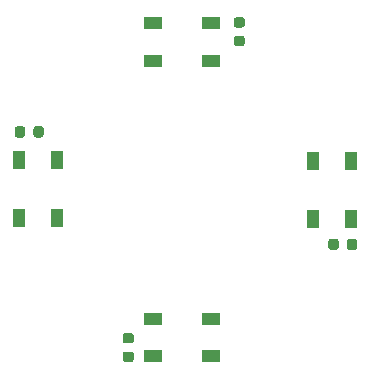
<source format=gbr>
%TF.GenerationSoftware,KiCad,Pcbnew,5.1.6-c6e7f7d~87~ubuntu18.04.1*%
%TF.CreationDate,2023-11-19T23:26:27+00:00*%
%TF.ProjectId,ws2812b_rgb_button,77733238-3132-4625-9f72-67625f627574,1.0*%
%TF.SameCoordinates,Original*%
%TF.FileFunction,Paste,Bot*%
%TF.FilePolarity,Positive*%
%FSLAX46Y46*%
G04 Gerber Fmt 4.6, Leading zero omitted, Abs format (unit mm)*
G04 Created by KiCad (PCBNEW 5.1.6-c6e7f7d~87~ubuntu18.04.1) date 2023-11-19 23:26:27*
%MOMM*%
%LPD*%
G01*
G04 APERTURE LIST*
%ADD10R,1.500000X1.000000*%
%ADD11R,1.000000X1.500000*%
G04 APERTURE END LIST*
D10*
%TO.C,D1*%
X97626000Y-89484000D03*
X97626000Y-86284000D03*
X102526000Y-89484000D03*
X102526000Y-86284000D03*
%TD*%
D11*
%TO.C,D2*%
X114376000Y-102907000D03*
X111176000Y-102907000D03*
X114376000Y-98007000D03*
X111176000Y-98007000D03*
%TD*%
D10*
%TO.C,D3*%
X102526000Y-111303000D03*
X102526000Y-114503000D03*
X97626000Y-111303000D03*
X97626000Y-114503000D03*
%TD*%
D11*
%TO.C,D4*%
X86284000Y-97880000D03*
X89484000Y-97880000D03*
X86284000Y-102780000D03*
X89484000Y-102780000D03*
%TD*%
%TO.C,C1*%
G36*
G01*
X104645750Y-85795500D02*
X105158250Y-85795500D01*
G75*
G02*
X105377000Y-86014250I0J-218750D01*
G01*
X105377000Y-86451750D01*
G75*
G02*
X105158250Y-86670500I-218750J0D01*
G01*
X104645750Y-86670500D01*
G75*
G02*
X104427000Y-86451750I0J218750D01*
G01*
X104427000Y-86014250D01*
G75*
G02*
X104645750Y-85795500I218750J0D01*
G01*
G37*
G36*
G01*
X104645750Y-87370500D02*
X105158250Y-87370500D01*
G75*
G02*
X105377000Y-87589250I0J-218750D01*
G01*
X105377000Y-88026750D01*
G75*
G02*
X105158250Y-88245500I-218750J0D01*
G01*
X104645750Y-88245500D01*
G75*
G02*
X104427000Y-88026750I0J218750D01*
G01*
X104427000Y-87589250D01*
G75*
G02*
X104645750Y-87370500I218750J0D01*
G01*
G37*
%TD*%
%TO.C,C2*%
G36*
G01*
X87472000Y-95760250D02*
X87472000Y-95247750D01*
G75*
G02*
X87690750Y-95029000I218750J0D01*
G01*
X88128250Y-95029000D01*
G75*
G02*
X88347000Y-95247750I0J-218750D01*
G01*
X88347000Y-95760250D01*
G75*
G02*
X88128250Y-95979000I-218750J0D01*
G01*
X87690750Y-95979000D01*
G75*
G02*
X87472000Y-95760250I0J218750D01*
G01*
G37*
G36*
G01*
X85897000Y-95760250D02*
X85897000Y-95247750D01*
G75*
G02*
X86115750Y-95029000I218750J0D01*
G01*
X86553250Y-95029000D01*
G75*
G02*
X86772000Y-95247750I0J-218750D01*
G01*
X86772000Y-95760250D01*
G75*
G02*
X86553250Y-95979000I-218750J0D01*
G01*
X86115750Y-95979000D01*
G75*
G02*
X85897000Y-95760250I0J218750D01*
G01*
G37*
%TD*%
%TO.C,C3*%
G36*
G01*
X95760250Y-114991500D02*
X95247750Y-114991500D01*
G75*
G02*
X95029000Y-114772750I0J218750D01*
G01*
X95029000Y-114335250D01*
G75*
G02*
X95247750Y-114116500I218750J0D01*
G01*
X95760250Y-114116500D01*
G75*
G02*
X95979000Y-114335250I0J-218750D01*
G01*
X95979000Y-114772750D01*
G75*
G02*
X95760250Y-114991500I-218750J0D01*
G01*
G37*
G36*
G01*
X95760250Y-113416500D02*
X95247750Y-113416500D01*
G75*
G02*
X95029000Y-113197750I0J218750D01*
G01*
X95029000Y-112760250D01*
G75*
G02*
X95247750Y-112541500I218750J0D01*
G01*
X95760250Y-112541500D01*
G75*
G02*
X95979000Y-112760250I0J-218750D01*
G01*
X95979000Y-113197750D01*
G75*
G02*
X95760250Y-113416500I-218750J0D01*
G01*
G37*
%TD*%
%TO.C,C4*%
G36*
G01*
X113315000Y-104772750D02*
X113315000Y-105285250D01*
G75*
G02*
X113096250Y-105504000I-218750J0D01*
G01*
X112658750Y-105504000D01*
G75*
G02*
X112440000Y-105285250I0J218750D01*
G01*
X112440000Y-104772750D01*
G75*
G02*
X112658750Y-104554000I218750J0D01*
G01*
X113096250Y-104554000D01*
G75*
G02*
X113315000Y-104772750I0J-218750D01*
G01*
G37*
G36*
G01*
X114890000Y-104772750D02*
X114890000Y-105285250D01*
G75*
G02*
X114671250Y-105504000I-218750J0D01*
G01*
X114233750Y-105504000D01*
G75*
G02*
X114015000Y-105285250I0J218750D01*
G01*
X114015000Y-104772750D01*
G75*
G02*
X114233750Y-104554000I218750J0D01*
G01*
X114671250Y-104554000D01*
G75*
G02*
X114890000Y-104772750I0J-218750D01*
G01*
G37*
%TD*%
M02*

</source>
